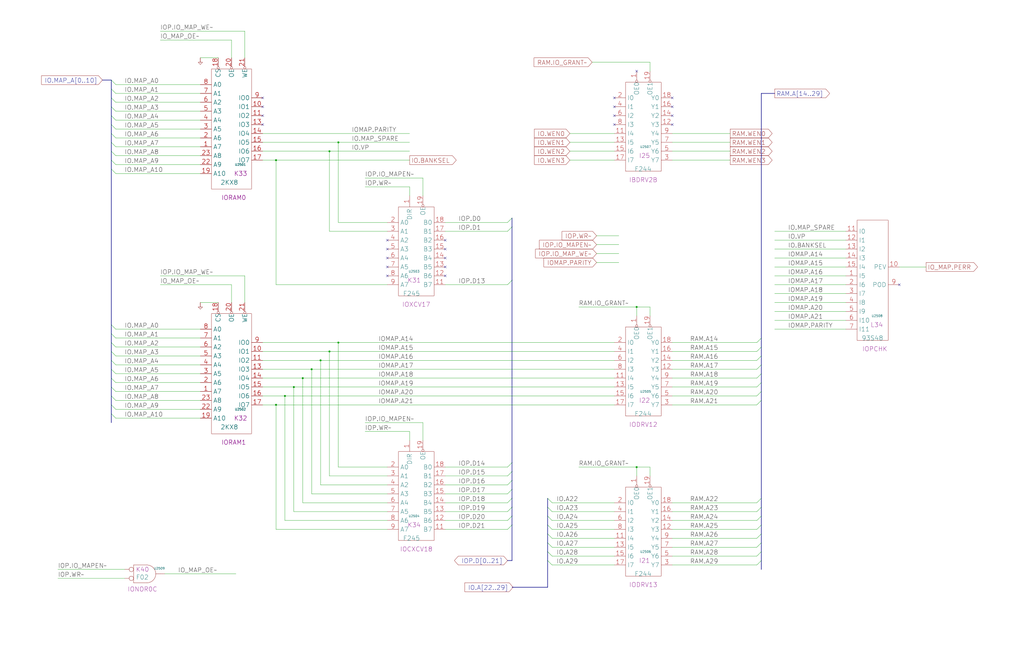
<source format=kicad_sch>
(kicad_sch (version 20250114) (generator "eeschema") (generator_version "9.0")
  (paper "User" 584.2 378.46)
  (title_block (title "IO BUS\\nMAP") (date "22-SEP-90") (rev "2.0") (comment 1 "IOC") (comment 2 "232-003061") (comment 3 "S400") (comment 4 "RELEASED"))
  (lib_symbols
    (symbol "r1000:2KX8" (pin_names (offset 1.016))
      (property "Reference" "U" (at 2.54 5.08 0))
      (property "Value" "2KX8" (at -8.89 -5.08 0))
      (property "Location" "___" (at -1.27 0 0))
      (property "Name" "______" (at -1.27 -15.24 0))
      (symbol "2KX8_1_1"
        (rectangle (start -13.97 59.69) (end 8.89 -8.89))
        (circle (center -10.16 60.325) (radius 0.635))
        (circle (center -2.54 60.325) (radius 0.635))
        (circle (center 5.08 60.325) (radius 0.635))
        (pin input line (at -20.32 50.8 0) (length 6.35) (name "A0") (number "8"))
        (pin input line (at -20.32 45.72 0) (length 6.35) (name "A1") (number "7"))
        (pin input line (at -20.32 40.64 0) (length 6.35) (name "A2") (number "6"))
        (pin input line (at -20.32 35.56 0) (length 6.35) (name "A3") (number "5"))
        (pin input line (at -20.32 30.48 0) (length 6.35) (name "A4") (number "4"))
        (pin input line (at -20.32 25.4 0) (length 6.35) (name "A5") (number "3"))
        (pin input line (at -20.32 20.32 0) (length 6.35) (name "A6") (number "2"))
        (pin input line (at -20.32 15.24 0) (length 6.35) (name "A7") (number "1"))
        (pin input line (at -20.32 10.16 0) (length 6.35) (name "A8") (number "23"))
        (pin input line (at -20.32 5.08 0) (length 6.35) (name "A9") (number "22"))
        (pin input line (at -20.32 0 0) (length 6.35) (name "A10") (number "19"))
        (pin input line (at -10.16 66.04 270) (length 5.08) (name "CS") (number "18"))
        (pin input line (at -2.54 66.04 270) (length 5.08) (name "OE") (number "20"))
        (pin input line (at 5.08 66.04 270) (length 5.08) (name "WE") (number "21"))
        (pin bidirectional line (at 15.24 43.18 180) (length 6.35) (name "IO0") (number "9"))
        (pin bidirectional line (at 15.24 38.1 180) (length 6.35) (name "IO1") (number "10"))
        (pin bidirectional line (at 15.24 33.02 180) (length 6.35) (name "IO2") (number "11"))
        (pin bidirectional line (at 15.24 27.94 180) (length 6.35) (name "IO3") (number "13"))
        (pin bidirectional line (at 15.24 22.86 180) (length 6.35) (name "IO4") (number "14"))
        (pin bidirectional line (at 15.24 17.78 180) (length 6.35) (name "IO5") (number "15"))
        (pin bidirectional line (at 15.24 12.7 180) (length 6.35) (name "IO6") (number "16"))
        (pin bidirectional line (at 15.24 7.62 180) (length 6.35) (name "IO7") (number "17"))
      )
    )
    (symbol "r1000:93S48" (pin_names (offset 1.016))
      (property "Reference" "U" (at 2.54 5.08 0))
      (property "Value" "93S48" (at -6.35 -7.62 0))
      (property "Location" "___" (at -1.27 0 0))
      (property "Name" "______" (at 1.27 -15.24 0))
      (symbol "93S48_1_1"
        (rectangle (start -8.89 59.69) (end 8.89 -8.89))
        (pin input line (at -15.24 53.34 0) (length 6.35) (name "I0") (number "11"))
        (pin input line (at -15.24 48.26 0) (length 6.35) (name "I1") (number "12"))
        (pin input line (at -15.24 43.18 0) (length 6.35) (name "I2") (number "13"))
        (pin input line (at -15.24 38.1 0) (length 6.35) (name "I3") (number "14"))
        (pin input line (at -15.24 33.02 0) (length 6.35) (name "I4") (number "15"))
        (pin input line (at -15.24 27.94 0) (length 6.35) (name "I5") (number "1"))
        (pin input line (at -15.24 22.86 0) (length 6.35) (name "I6") (number "2"))
        (pin input line (at -15.24 17.78 0) (length 6.35) (name "I7") (number "3"))
        (pin input line (at -15.24 12.7 0) (length 6.35) (name "I8") (number "4"))
        (pin input line (at -15.24 7.62 0) (length 6.35) (name "I9") (number "5"))
        (pin input line (at -15.24 2.54 0) (length 6.35) (name "I10") (number "6"))
        (pin input line (at -15.24 -2.54 0) (length 6.35) (name "I11") (number "7"))
        (pin output line (at 15.24 33.02 180) (length 6.35) (name "PEV") (number "10"))
        (pin output line (at 15.24 22.86 180) (length 6.35) (name "POD") (number "9"))
      )
    )
    (symbol "r1000:F02" (pin_numbers (hide yes)) (pin_names (hide yes))
      (property "Reference" "U" (at 12.16 0.635 0))
      (property "Value" "F02" (at -1.27 -4.445 0))
      (property "Location" "___" (at 2.54 0 0))
      (property "Name" "______" (at 2.54 -12.7 0))
      (symbol "F02_0_1"
        (arc (start -3.81 2.54) (mid -2.9847 -2.54) (end -3.81 -7.62) (stroke (width 0.1524)))
        (polyline (pts (xy -5.08 0) (xy -3.175 0)) (stroke (width 0.1524)))
        (polyline (pts (xy -5.08 -5.08) (xy -3.175 -5.08)) (stroke (width 0.1524)))
        (polyline (pts (xy -3.81 2.54) (xy 2.54 2.54)) (stroke (width 0.1524)))
        (polyline (pts (xy -3.81 -7.62) (xy 2.54 -7.62)) (stroke (width 0.1524)))
        (arc (start 2.54 2.54) (mid 6.9477 0.8966) (end 10.16 -2.54) (stroke (width 0.1524)))
        (arc (start 10.16 -2.54) (mid 6.9515 -5.9823) (end 2.54 -7.62) (stroke (width 0.1524)))
        (circle (center 11.43 -2.54) (radius 1.27) (stroke (width 0.1524)))
        (polyline (pts (xy 13.97 -2.54) (xy 12.7 -2.54)) (stroke (width 0.1524)))
      )
      (symbol "F02_0_2"
        (circle (center -3.81 0) (radius 1.27) (stroke (width 0.1524)))
        (circle (center -3.81 -5.08) (radius 1.27) (stroke (width 0.1524)))
        (polyline (pts (xy -2.54 2.54) (xy -2.54 -7.62)) (stroke (width 0.1524)))
        (polyline (pts (xy -2.54 2.54) (xy 5.08 2.54)) (stroke (width 0.1524)))
        (polyline (pts (xy -2.54 -7.62) (xy 5.08 -7.62)) (stroke (width 0.1524)))
        (arc (start 5.08 2.54) (mid 10.1281 -2.54) (end 5.08 -7.62) (stroke (width 0.1524)))
        (polyline (pts (xy 11.43 -2.54) (xy 10.16 -2.54)) (stroke (width 0.1524)))
        (polyline (pts (xy 11.43 -2.54) (xy 12.7 -2.54)) (stroke (width 0.1524)))
      )
      (symbol "F02_1_1"
        (pin input line (at -7.62 0 0) (length 2.54) (name "D0") (number "1"))
        (pin input line (at -7.62 -5.08 0) (length 2.54) (name "D1") (number "2"))
        (pin output line (at 15.24 -2.54 180) (length 1.27) (name "Q") (number "3"))
      )
      (symbol "F02_1_2"
        (pin input line (at -7.62 0 0) (length 2.54) (name "D0") (number "1"))
        (pin input line (at -7.62 -5.08 0) (length 2.54) (name "D1") (number "2"))
        (pin output line (at 15.24 -2.54 180) (length 2.54) (name "Q") (number "3"))
      )
    )
    (symbol "r1000:F244" (pin_names (offset 1.016))
      (property "Reference" "U" (at 2.54 5.08 0))
      (property "Value" "F244" (at -3.81 -7.62 0))
      (property "Location" "___" (at -1.27 0 0))
      (property "Name" "______" (at 1.27 -15.24 0))
      (symbol "F244_1_1"
        (rectangle (start -8.89 41.91) (end 11.43 -8.89))
        (circle (center -2.54 42.545) (radius 0.635))
        (circle (center 5.08 42.545) (radius 0.635))
        (pin input line (at -15.24 33.02 0) (length 6.35) (name "I0") (number "2"))
        (pin input line (at -15.24 27.94 0) (length 6.35) (name "I1") (number "4"))
        (pin input line (at -15.24 22.86 0) (length 6.35) (name "I2") (number "6"))
        (pin input line (at -15.24 17.78 0) (length 6.35) (name "I3") (number "8"))
        (pin input line (at -15.24 12.7 0) (length 6.35) (name "I4") (number "11"))
        (pin input line (at -15.24 7.62 0) (length 6.35) (name "I5") (number "13"))
        (pin input line (at -15.24 2.54 0) (length 6.35) (name "I6") (number "15"))
        (pin input line (at -15.24 -2.54 0) (length 6.35) (name "I7") (number "17"))
        (pin input line (at -2.54 48.26 270) (length 5.08) (name "OE0") (number "1"))
        (pin input line (at 5.08 48.26 270) (length 5.08) (name "OE1") (number "19"))
        (pin tri_state line (at 17.78 33.02 180) (length 6.35) (name "Y0") (number "18"))
        (pin tri_state line (at 17.78 27.94 180) (length 6.35) (name "Y1") (number "16"))
        (pin tri_state line (at 17.78 22.86 180) (length 6.35) (name "Y2") (number "14"))
        (pin tri_state line (at 17.78 17.78 180) (length 6.35) (name "Y3") (number "12"))
        (pin tri_state line (at 17.78 12.7 180) (length 6.35) (name "Y4") (number "9"))
        (pin tri_state line (at 17.78 7.62 180) (length 6.35) (name "Y5") (number "7"))
        (pin tri_state line (at 17.78 2.54 180) (length 6.35) (name "Y6") (number "5"))
        (pin tri_state line (at 17.78 -2.54 180) (length 6.35) (name "Y7") (number "3"))
      )
    )
    (symbol "r1000:F245" (pin_names (offset 1.016))
      (property "Reference" "U" (at 2.54 5.08 0))
      (property "Value" "F245" (at -3.81 -7.62 0))
      (property "Location" "___" (at -1.27 0 0))
      (property "Name" "______" (at 3.81 -15.24 0))
      (symbol "F245_1_1"
        (rectangle (start -6.35 41.91) (end 13.97 -8.89))
        (circle (center 7.62 42.545) (radius 0.635))
        (pin bidirectional line (at -12.7 33.02 0) (length 6.35) (name "A0") (number "2"))
        (pin bidirectional line (at -12.7 27.94 0) (length 6.35) (name "A1") (number "3"))
        (pin bidirectional line (at -12.7 22.86 0) (length 6.35) (name "A2") (number "4"))
        (pin bidirectional line (at -12.7 17.78 0) (length 6.35) (name "A3") (number "5"))
        (pin bidirectional line (at -12.7 12.7 0) (length 6.35) (name "A4") (number "6"))
        (pin bidirectional line (at -12.7 7.62 0) (length 6.35) (name "A5") (number "7"))
        (pin bidirectional line (at -12.7 2.54 0) (length 6.35) (name "A6") (number "8"))
        (pin bidirectional line (at -12.7 -2.54 0) (length 6.35) (name "A7") (number "9"))
        (pin input line (at 0 48.26 270) (length 6.35) (name "DIR") (number "1"))
        (pin input line (at 7.62 48.26 270) (length 5.08) (name "OE") (number "19"))
        (pin bidirectional line (at 20.32 33.02 180) (length 6.35) (name "B0") (number "18"))
        (pin bidirectional line (at 20.32 27.94 180) (length 6.35) (name "B1") (number "17"))
        (pin bidirectional line (at 20.32 22.86 180) (length 6.35) (name "B2") (number "16"))
        (pin bidirectional line (at 20.32 17.78 180) (length 6.35) (name "B3") (number "15"))
        (pin bidirectional line (at 20.32 12.7 180) (length 6.35) (name "B4") (number "14"))
        (pin bidirectional line (at 20.32 7.62 180) (length 6.35) (name "B5") (number "13"))
        (pin bidirectional line (at 20.32 2.54 180) (length 6.35) (name "B6") (number "12"))
        (pin bidirectional line (at 20.32 -2.54 180) (length 6.35) (name "B7") (number "11"))
      )
    )
    (symbol "r1000:PD" (power) (pin_numbers (hide yes)) (pin_names (hide yes)) (in_bom no)
      (symbol "PD_0_1"
        (polyline (pts (xy 0 -2.54) (xy 1.27 -2.54) (xy 0 -3.81) (xy -1.27 -2.54) (xy 0 -2.54)) (stroke (width 0.1524)))
      )
      (symbol "PD_1_1"
        (pin power_in line (at 0 0 270) (length 2.54) (name "PD") (number "1"))
      )
    )
  )
  (junction (at 363.22 175.26))
  (junction (at 187.96 86.36))
  (junction (at 193.04 81.28))
  (junction (at 182.88 205.74))
  (junction (at 157.48 231.14))
  (junction (at 172.72 215.9))
  (junction (at 162.56 226.06))
  (junction (at 363.22 266.7))
  (junction (at 193.04 195.58))
  (junction (at 157.48 91.44))
  (junction (at 167.64 220.98))
  (junction (at 177.8 210.82))
  (junction (at 187.96 200.66))
  (no_connect (at 149.86 71.12))
  (no_connect (at 350.52 66.04))
  (no_connect (at 220.98 142.24))
  (no_connect (at 350.52 71.12))
  (no_connect (at 383.54 60.96))
  (no_connect (at 254 152.4))
  (no_connect (at 149.86 55.88))
  (no_connect (at 254 157.48))
  (no_connect (at 383.54 55.88))
  (no_connect (at 220.98 137.16))
  (no_connect (at 220.98 147.32))
  (no_connect (at 513.08 162.56))
  (no_connect (at 220.98 157.48))
  (no_connect (at 254 147.32))
  (no_connect (at 254 142.24))
  (no_connect (at 383.54 66.04))
  (no_connect (at 363.22 40.64))
  (no_connect (at 220.98 152.4))
  (no_connect (at 149.86 60.96))
  (no_connect (at 350.52 60.96))
  (no_connect (at 350.52 55.88))
  (no_connect (at 254 137.16))
  (no_connect (at 383.54 71.12))
  (no_connect (at 149.86 66.04))
  (bus_entry (at 63.5 81.28) (size 2.54 2.54))
  (bus_entry (at 312.42 294.64) (size 2.54 2.54))
  (bus_entry (at 434.34 228.6) (size -2.54 2.54))
  (bus_entry (at 434.34 304.8) (size -2.54 2.54))
  (bus_entry (at 63.5 71.12) (size 2.54 2.54))
  (bus_entry (at 63.5 55.88) (size 2.54 2.54))
  (bus_entry (at 63.5 91.44) (size 2.54 2.54))
  (bus_entry (at 434.34 223.52) (size -2.54 2.54))
  (bus_entry (at 312.42 289.56) (size 2.54 2.54))
  (bus_entry (at 312.42 309.88) (size 2.54 2.54))
  (bus_entry (at 292.1 284.48) (size -2.54 2.54))
  (bus_entry (at 434.34 294.64) (size -2.54 2.54))
  (bus_entry (at 312.42 320.04) (size 2.54 2.54))
  (bus_entry (at 63.5 76.2) (size 2.54 2.54))
  (bus_entry (at 292.1 279.4) (size -2.54 2.54))
  (bus_entry (at 63.5 96.52) (size 2.54 2.54))
  (bus_entry (at 63.5 205.74) (size 2.54 2.54))
  (bus_entry (at 63.5 215.9) (size 2.54 2.54))
  (bus_entry (at 292.1 289.56) (size -2.54 2.54))
  (bus_entry (at 63.5 210.82) (size 2.54 2.54))
  (bus_entry (at 312.42 314.96) (size 2.54 2.54))
  (bus_entry (at 434.34 218.44) (size -2.54 2.54))
  (bus_entry (at 434.34 203.2) (size -2.54 2.54))
  (bus_entry (at 292.1 274.32) (size -2.54 2.54))
  (bus_entry (at 434.34 284.48) (size -2.54 2.54))
  (bus_entry (at 292.1 294.64) (size -2.54 2.54))
  (bus_entry (at 63.5 195.58) (size 2.54 2.54))
  (bus_entry (at 292.1 124.46) (size -2.54 2.54))
  (bus_entry (at 63.5 200.66) (size 2.54 2.54))
  (bus_entry (at 434.34 208.28) (size -2.54 2.54))
  (bus_entry (at 434.34 309.88) (size -2.54 2.54))
  (bus_entry (at 292.1 269.24) (size -2.54 2.54))
  (bus_entry (at 292.1 299.72) (size -2.54 2.54))
  (bus_entry (at 312.42 304.8) (size 2.54 2.54))
  (bus_entry (at 63.5 50.8) (size 2.54 2.54))
  (bus_entry (at 434.34 314.96) (size -2.54 2.54))
  (bus_entry (at 292.1 264.16) (size -2.54 2.54))
  (bus_entry (at 63.5 60.96) (size 2.54 2.54))
  (bus_entry (at 312.42 299.72) (size 2.54 2.54))
  (bus_entry (at 292.1 160.02) (size -2.54 2.54))
  (bus_entry (at 63.5 86.36) (size 2.54 2.54))
  (bus_entry (at 434.34 299.72) (size -2.54 2.54))
  (bus_entry (at 292.1 129.54) (size -2.54 2.54))
  (bus_entry (at 434.34 198.12) (size -2.54 2.54))
  (bus_entry (at 434.34 193.04) (size -2.54 2.54))
  (bus_entry (at 63.5 236.22) (size 2.54 2.54))
  (bus_entry (at 63.5 220.98) (size 2.54 2.54))
  (bus_entry (at 434.34 213.36) (size -2.54 2.54))
  (bus_entry (at 63.5 226.06) (size 2.54 2.54))
  (bus_entry (at 312.42 284.48) (size 2.54 2.54))
  (bus_entry (at 63.5 185.42) (size 2.54 2.54))
  (bus_entry (at 434.34 320.04) (size -2.54 2.54))
  (bus_entry (at 63.5 190.5) (size 2.54 2.54))
  (bus_entry (at 434.34 289.56) (size -2.54 2.54))
  (bus_entry (at 63.5 45.72) (size 2.54 2.54))
  (bus_entry (at 63.5 66.04) (size 2.54 2.54))
  (bus_entry (at 63.5 231.14) (size 2.54 2.54))
  (bus (pts (xy 63.5 195.58) (xy 63.5 200.66)))
  (wire (pts (xy 254 297.18) (xy 289.56 297.18)))
  (wire (pts (xy 254 276.86) (xy 289.56 276.86)))
  (wire (pts (xy 340.36 139.7) (xy 353.06 139.7)))
  (bus (pts (xy 63.5 200.66) (xy 63.5 205.74)))
  (wire (pts (xy 254 292.1) (xy 289.56 292.1)))
  (bus (pts (xy 312.42 289.56) (xy 312.42 294.64)))
  (bus (pts (xy 63.5 205.74) (xy 63.5 210.82)))
  (wire (pts (xy 220.98 127) (xy 193.04 127)))
  (wire (pts (xy 254 266.7) (xy 289.56 266.7)))
  (wire (pts (xy 383.54 220.98) (xy 431.8 220.98)))
  (wire (pts (xy 220.98 281.94) (xy 177.8 281.94)))
  (wire (pts (xy 441.96 152.4) (xy 482.6 152.4)))
  (wire (pts (xy 66.04 78.74) (xy 114.3 78.74)))
  (wire (pts (xy 66.04 99.06) (xy 114.3 99.06)))
  (wire (pts (xy 220.98 302.26) (xy 157.48 302.26)))
  (wire (pts (xy 383.54 195.58) (xy 431.8 195.58)))
  (wire (pts (xy 441.96 182.88) (xy 482.6 182.88)))
  (bus (pts (xy 63.5 96.52) (xy 63.5 185.42)))
  (bus (pts (xy 292.1 264.16) (xy 292.1 269.24)))
  (wire (pts (xy 149.86 215.9) (xy 172.72 215.9)))
  (wire (pts (xy 66.04 228.6) (xy 114.3 228.6)))
  (wire (pts (xy 383.54 317.5) (xy 431.8 317.5)))
  (wire (pts (xy 66.04 233.68) (xy 114.3 233.68)))
  (wire (pts (xy 157.48 302.26) (xy 157.48 231.14)))
  (bus (pts (xy 292.1 129.54) (xy 292.1 160.02)))
  (wire (pts (xy 208.28 106.68) (xy 233.68 106.68)))
  (bus (pts (xy 292.1 279.4) (xy 292.1 284.48)))
  (wire (pts (xy 193.04 195.58) (xy 350.52 195.58)))
  (bus (pts (xy 312.42 314.96) (xy 312.42 320.04)))
  (wire (pts (xy 66.04 218.44) (xy 114.3 218.44)))
  (wire (pts (xy 66.04 193.04) (xy 114.3 193.04)))
  (wire (pts (xy 441.96 132.08) (xy 482.6 132.08)))
  (wire (pts (xy 172.72 215.9) (xy 172.72 287.02)))
  (wire (pts (xy 157.48 231.14) (xy 350.52 231.14)))
  (wire (pts (xy 314.96 292.1) (xy 350.52 292.1)))
  (bus (pts (xy 63.5 55.88) (xy 63.5 60.96)))
  (bus (pts (xy 292.1 160.02) (xy 292.1 264.16)))
  (wire (pts (xy 139.7 157.48) (xy 139.7 172.72)))
  (wire (pts (xy 66.04 93.98) (xy 114.3 93.98)))
  (bus (pts (xy 63.5 215.9) (xy 63.5 220.98)))
  (wire (pts (xy 337.82 35.56) (xy 370.84 35.56)))
  (wire (pts (xy 149.86 195.58) (xy 193.04 195.58)))
  (bus (pts (xy 292.1 269.24) (xy 292.1 274.32)))
  (bus (pts (xy 434.34 218.44) (xy 434.34 223.52)))
  (wire (pts (xy 182.88 205.74) (xy 182.88 276.86)))
  (wire (pts (xy 66.04 213.36) (xy 114.3 213.36)))
  (wire (pts (xy 149.86 210.82) (xy 177.8 210.82)))
  (wire (pts (xy 220.98 292.1) (xy 167.64 292.1)))
  (bus (pts (xy 63.5 91.44) (xy 63.5 96.52)))
  (bus (pts (xy 434.34 284.48) (xy 434.34 289.56)))
  (wire (pts (xy 513.08 152.4) (xy 528.32 152.4)))
  (bus (pts (xy 63.5 220.98) (xy 63.5 226.06)))
  (bus (pts (xy 434.34 228.6) (xy 434.34 284.48)))
  (wire (pts (xy 325.12 81.28) (xy 350.52 81.28)))
  (bus (pts (xy 292.1 335.28) (xy 312.42 335.28)))
  (bus (pts (xy 58.42 45.72) (xy 63.5 45.72)))
  (wire (pts (xy 254 127) (xy 289.56 127)))
  (wire (pts (xy 66.04 73.66) (xy 114.3 73.66)))
  (wire (pts (xy 91.44 162.56) (xy 132.08 162.56)))
  (bus (pts (xy 63.5 226.06) (xy 63.5 231.14)))
  (wire (pts (xy 383.54 287.02) (xy 431.8 287.02)))
  (wire (pts (xy 325.12 76.2) (xy 350.52 76.2)))
  (bus (pts (xy 289.56 320.04) (xy 292.1 320.04)))
  (bus (pts (xy 312.42 299.72) (xy 312.42 304.8)))
  (wire (pts (xy 149.86 86.36) (xy 187.96 86.36)))
  (wire (pts (xy 340.36 144.78) (xy 353.06 144.78)))
  (wire (pts (xy 149.86 231.14) (xy 157.48 231.14)))
  (bus (pts (xy 63.5 66.04) (xy 63.5 71.12)))
  (wire (pts (xy 325.12 91.44) (xy 350.52 91.44)))
  (wire (pts (xy 314.96 297.18) (xy 350.52 297.18)))
  (wire (pts (xy 172.72 287.02) (xy 220.98 287.02)))
  (wire (pts (xy 149.86 226.06) (xy 162.56 226.06)))
  (wire (pts (xy 241.3 101.6) (xy 241.3 111.76)))
  (wire (pts (xy 66.04 208.28) (xy 114.3 208.28)))
  (bus (pts (xy 292.1 289.56) (xy 292.1 294.64)))
  (bus (pts (xy 63.5 210.82) (xy 63.5 215.9)))
  (bus (pts (xy 292.1 284.48) (xy 292.1 289.56)))
  (bus (pts (xy 63.5 81.28) (xy 63.5 86.36)))
  (wire (pts (xy 132.08 22.86) (xy 132.08 33.02)))
  (wire (pts (xy 66.04 203.2) (xy 114.3 203.2)))
  (wire (pts (xy 220.98 162.56) (xy 157.48 162.56)))
  (bus (pts (xy 434.34 304.8) (xy 434.34 309.88)))
  (wire (pts (xy 441.96 177.8) (xy 482.6 177.8)))
  (wire (pts (xy 383.54 231.14) (xy 431.8 231.14)))
  (wire (pts (xy 91.44 17.78) (xy 139.7 17.78)))
  (bus (pts (xy 434.34 223.52) (xy 434.34 228.6)))
  (wire (pts (xy 363.22 266.7) (xy 370.84 266.7)))
  (wire (pts (xy 254 287.02) (xy 289.56 287.02)))
  (wire (pts (xy 172.72 215.9) (xy 350.52 215.9)))
  (wire (pts (xy 314.96 307.34) (xy 350.52 307.34)))
  (wire (pts (xy 157.48 162.56) (xy 157.48 91.44)))
  (wire (pts (xy 149.86 200.66) (xy 187.96 200.66)))
  (wire (pts (xy 363.22 175.26) (xy 363.22 180.34)))
  (bus (pts (xy 434.34 208.28) (xy 434.34 213.36)))
  (wire (pts (xy 66.04 53.34) (xy 114.3 53.34)))
  (wire (pts (xy 208.28 241.3) (xy 241.3 241.3)))
  (wire (pts (xy 330.2 175.26) (xy 363.22 175.26)))
  (wire (pts (xy 187.96 271.78) (xy 187.96 200.66)))
  (bus (pts (xy 63.5 60.96) (xy 63.5 66.04)))
  (wire (pts (xy 162.56 297.18) (xy 220.98 297.18)))
  (bus (pts (xy 434.34 299.72) (xy 434.34 304.8)))
  (wire (pts (xy 157.48 91.44) (xy 233.68 91.44)))
  (wire (pts (xy 187.96 132.08) (xy 220.98 132.08)))
  (wire (pts (xy 441.96 157.48) (xy 482.6 157.48)))
  (wire (pts (xy 33.02 325.12) (xy 71.12 325.12)))
  (wire (pts (xy 66.04 198.12) (xy 114.3 198.12)))
  (wire (pts (xy 383.54 86.36) (xy 416.56 86.36)))
  (wire (pts (xy 182.88 205.74) (xy 350.52 205.74)))
  (wire (pts (xy 383.54 226.06) (xy 431.8 226.06)))
  (wire (pts (xy 177.8 281.94) (xy 177.8 210.82)))
  (bus (pts (xy 63.5 76.2) (xy 63.5 81.28)))
  (wire (pts (xy 66.04 187.96) (xy 114.3 187.96)))
  (wire (pts (xy 340.36 134.62) (xy 353.06 134.62)))
  (wire (pts (xy 66.04 63.5) (xy 114.3 63.5)))
  (wire (pts (xy 441.96 162.56) (xy 482.6 162.56)))
  (bus (pts (xy 292.1 124.46) (xy 292.1 129.54)))
  (bus (pts (xy 292.1 299.72) (xy 292.1 320.04)))
  (wire (pts (xy 139.7 17.78) (xy 139.7 33.02)))
  (wire (pts (xy 66.04 83.82) (xy 114.3 83.82)))
  (bus (pts (xy 63.5 231.14) (xy 63.5 236.22)))
  (wire (pts (xy 370.84 266.7) (xy 370.84 271.78)))
  (wire (pts (xy 241.3 241.3) (xy 241.3 251.46)))
  (wire (pts (xy 314.96 322.58) (xy 350.52 322.58)))
  (wire (pts (xy 187.96 86.36) (xy 187.96 132.08)))
  (wire (pts (xy 383.54 81.28) (xy 416.56 81.28)))
  (wire (pts (xy 91.44 22.86) (xy 132.08 22.86)))
  (wire (pts (xy 208.28 246.38) (xy 233.68 246.38)))
  (wire (pts (xy 187.96 200.66) (xy 350.52 200.66)))
  (bus (pts (xy 63.5 185.42) (xy 63.5 190.5)))
  (wire (pts (xy 325.12 86.36) (xy 350.52 86.36)))
  (wire (pts (xy 114.3 172.72) (xy 124.46 172.72)))
  (bus (pts (xy 434.34 289.56) (xy 434.34 294.64)))
  (wire (pts (xy 314.96 317.5) (xy 350.52 317.5)))
  (bus (pts (xy 312.42 284.48) (xy 312.42 289.56)))
  (wire (pts (xy 149.86 205.74) (xy 182.88 205.74)))
  (wire (pts (xy 149.86 76.2) (xy 233.68 76.2)))
  (wire (pts (xy 254 271.78) (xy 289.56 271.78)))
  (bus (pts (xy 434.34 198.12) (xy 434.34 203.2)))
  (bus (pts (xy 63.5 71.12) (xy 63.5 76.2)))
  (wire (pts (xy 441.96 137.16) (xy 482.6 137.16)))
  (wire (pts (xy 254 132.08) (xy 289.56 132.08)))
  (wire (pts (xy 193.04 81.28) (xy 233.68 81.28)))
  (wire (pts (xy 66.04 88.9) (xy 114.3 88.9)))
  (wire (pts (xy 441.96 187.96) (xy 482.6 187.96)))
  (bus (pts (xy 434.34 320.04) (xy 434.34 325.12)))
  (wire (pts (xy 330.2 266.7) (xy 363.22 266.7)))
  (wire (pts (xy 162.56 226.06) (xy 350.52 226.06)))
  (bus (pts (xy 434.34 193.04) (xy 434.34 198.12)))
  (wire (pts (xy 383.54 302.26) (xy 431.8 302.26)))
  (wire (pts (xy 314.96 312.42) (xy 350.52 312.42)))
  (wire (pts (xy 383.54 210.82) (xy 431.8 210.82)))
  (wire (pts (xy 177.8 210.82) (xy 350.52 210.82)))
  (bus (pts (xy 434.34 294.64) (xy 434.34 299.72)))
  (wire (pts (xy 91.44 157.48) (xy 139.7 157.48)))
  (bus (pts (xy 312.42 309.88) (xy 312.42 314.96)))
  (wire (pts (xy 149.86 91.44) (xy 157.48 91.44)))
  (wire (pts (xy 66.04 238.76) (xy 114.3 238.76)))
  (bus (pts (xy 312.42 304.8) (xy 312.42 309.88)))
  (wire (pts (xy 233.68 246.38) (xy 233.68 251.46)))
  (wire (pts (xy 114.3 33.02) (xy 124.46 33.02)))
  (wire (pts (xy 66.04 68.58) (xy 114.3 68.58)))
  (wire (pts (xy 66.04 58.42) (xy 114.3 58.42)))
  (bus (pts (xy 312.42 294.64) (xy 312.42 299.72)))
  (wire (pts (xy 441.96 142.24) (xy 482.6 142.24)))
  (wire (pts (xy 66.04 223.52) (xy 114.3 223.52)))
  (bus (pts (xy 63.5 190.5) (xy 63.5 195.58)))
  (wire (pts (xy 383.54 297.18) (xy 431.8 297.18)))
  (wire (pts (xy 254 302.26) (xy 289.56 302.26)))
  (wire (pts (xy 149.86 220.98) (xy 167.64 220.98)))
  (wire (pts (xy 182.88 276.86) (xy 220.98 276.86)))
  (wire (pts (xy 220.98 271.78) (xy 187.96 271.78)))
  (wire (pts (xy 441.96 167.64) (xy 482.6 167.64)))
  (wire (pts (xy 363.22 175.26) (xy 370.84 175.26)))
  (wire (pts (xy 254 162.56) (xy 289.56 162.56)))
  (bus (pts (xy 434.34 203.2) (xy 434.34 208.28)))
  (bus (pts (xy 63.5 50.8) (xy 63.5 55.88)))
  (bus (pts (xy 312.42 320.04) (xy 312.42 335.28)))
  (wire (pts (xy 167.64 292.1) (xy 167.64 220.98)))
  (bus (pts (xy 434.34 53.34) (xy 434.34 193.04)))
  (wire (pts (xy 314.96 302.26) (xy 350.52 302.26)))
  (wire (pts (xy 66.04 48.26) (xy 114.3 48.26)))
  (bus (pts (xy 434.34 53.34) (xy 441.96 53.34)))
  (wire (pts (xy 383.54 312.42) (xy 431.8 312.42)))
  (wire (pts (xy 187.96 86.36) (xy 233.68 86.36)))
  (wire (pts (xy 132.08 162.56) (xy 132.08 172.72)))
  (bus (pts (xy 63.5 236.22) (xy 63.5 241.3)))
  (wire (pts (xy 383.54 307.34) (xy 431.8 307.34)))
  (wire (pts (xy 93.98 327.66) (xy 134.62 327.66)))
  (wire (pts (xy 370.84 35.56) (xy 370.84 40.64)))
  (wire (pts (xy 233.68 106.68) (xy 233.68 111.76)))
  (wire (pts (xy 149.86 81.28) (xy 193.04 81.28)))
  (wire (pts (xy 383.54 91.44) (xy 416.56 91.44)))
  (wire (pts (xy 33.02 330.2) (xy 71.12 330.2)))
  (wire (pts (xy 193.04 266.7) (xy 220.98 266.7)))
  (wire (pts (xy 314.96 287.02) (xy 350.52 287.02)))
  (wire (pts (xy 370.84 175.26) (xy 370.84 180.34)))
  (wire (pts (xy 383.54 205.74) (xy 431.8 205.74)))
  (wire (pts (xy 254 281.94) (xy 289.56 281.94)))
  (wire (pts (xy 162.56 226.06) (xy 162.56 297.18)))
  (bus (pts (xy 434.34 314.96) (xy 434.34 320.04)))
  (wire (pts (xy 383.54 200.66) (xy 431.8 200.66)))
  (wire (pts (xy 363.22 266.7) (xy 363.22 271.78)))
  (bus (pts (xy 434.34 309.88) (xy 434.34 314.96)))
  (bus (pts (xy 292.1 274.32) (xy 292.1 279.4)))
  (bus (pts (xy 63.5 86.36) (xy 63.5 91.44)))
  (wire (pts (xy 441.96 147.32) (xy 482.6 147.32)))
  (bus (pts (xy 63.5 45.72) (xy 63.5 50.8)))
  (wire (pts (xy 193.04 127) (xy 193.04 81.28)))
  (wire (pts (xy 340.36 149.86) (xy 353.06 149.86)))
  (wire (pts (xy 208.28 101.6) (xy 241.3 101.6)))
  (wire (pts (xy 193.04 195.58) (xy 193.04 266.7)))
  (wire (pts (xy 383.54 76.2) (xy 416.56 76.2)))
  (wire (pts (xy 383.54 322.58) (xy 431.8 322.58)))
  (wire (pts (xy 383.54 292.1) (xy 431.8 292.1)))
  (wire (pts (xy 441.96 172.72) (xy 482.6 172.72)))
  (wire (pts (xy 167.64 220.98) (xy 350.52 220.98)))
  (bus (pts (xy 292.1 294.64) (xy 292.1 299.72)))
  (bus (pts (xy 434.34 213.36) (xy 434.34 218.44)))
  (wire (pts (xy 383.54 215.9) (xy 431.8 215.9)))
  (label "RAM.A21" (at 393.7 231.14 0) (effects (font (size 2.54 2.54))))
  (label "IO_MAP_OE~" (at 91.44 22.86 0) (effects (font (size 2.54 2.54))))
  (label "RAM.A22" (at 393.7 287.02 0) (effects (font (size 2.54 2.54))))
  (label "IOP.WR~" (at 208.28 106.68 0) (effects (font (size 2.54 2.54))))
  (label "IOP.D21" (at 261.62 302.26 0) (effects (font (size 2.54 2.54))))
  (label "IOMAP.A15" (at 215.9 200.66 0) (effects (font (size 2.54 2.54))))
  (label "IO.MAP_SPARE" (at 200.66 81.28 0) (effects (font (size 2.54 2.54))))
  (label "IOMAP.A16" (at 449.58 157.48 0) (effects (font (size 2.54 2.54))))
  (label "IO.MAP_A10" (at 71.12 99.06 0) (effects (font (size 2.54 2.54))))
  (label "IOP.D20" (at 261.62 297.18 0) (effects (font (size 2.54 2.54))))
  (label "RAM.A25" (at 393.7 302.26 0) (effects (font (size 2.54 2.54))))
  (label "IO.MAP_A0" (at 71.12 187.96 0) (effects (font (size 2.54 2.54))))
  (label "IO.MAP_A7" (at 71.12 83.82 0) (effects (font (size 2.54 2.54))))
  (label "IOMAP.A14" (at 449.58 147.32 0) (effects (font (size 2.54 2.54))))
  (label "IO.MAP_A9" (at 71.12 93.98 0) (effects (font (size 2.54 2.54))))
  (label "IOP.D13" (at 261.62 162.56 0) (effects (font (size 2.54 2.54))))
  (label "RAM.A24" (at 393.7 297.18 0) (effects (font (size 2.54 2.54))))
  (label "RAM.IO_GRANT~" (at 330.2 175.26 0) (effects (font (size 2.54 2.54))))
  (label "RAM.A20" (at 393.7 226.06 0) (effects (font (size 2.54 2.54))))
  (label "IO.MAP_A8" (at 71.12 228.6 0) (effects (font (size 2.54 2.54))))
  (label "IO.A22" (at 317.5 287.02 0) (effects (font (size 2.54 2.54))))
  (label "RAM.A17" (at 393.7 210.82 0) (effects (font (size 2.54 2.54))))
  (label "IO.MAP_A10" (at 71.12 238.76 0) (effects (font (size 2.54 2.54))))
  (label "IOMAP.A21" (at 449.58 182.88 0) (effects (font (size 2.54 2.54))))
  (label "IOP.IO_MAPEN~" (at 33.02 325.12 0) (effects (font (size 2.54 2.54))))
  (label "IOP.D17" (at 261.62 281.94 0) (effects (font (size 2.54 2.54))))
  (label "RAM.A27" (at 393.7 312.42 0) (effects (font (size 2.54 2.54))))
  (label "IO.MAP_SPARE" (at 449.58 132.08 0) (effects (font (size 2.54 2.54))))
  (label "RAM.A18" (at 393.7 215.9 0) (effects (font (size 2.54 2.54))))
  (label "IO.MAP_A0" (at 71.12 48.26 0) (effects (font (size 2.54 2.54))))
  (label "IOMAP.A21" (at 215.9 231.14 0) (effects (font (size 2.54 2.54))))
  (label "IO.MAP_A5" (at 71.12 73.66 0) (effects (font (size 2.54 2.54))))
  (label "IO.MAP_A3" (at 71.12 63.5 0) (effects (font (size 2.54 2.54))))
  (label "IOMAP.A14" (at 215.9 195.58 0) (effects (font (size 2.54 2.54))))
  (label "IO.MAP_A4" (at 71.12 208.28 0) (effects (font (size 2.54 2.54))))
  (label "IOMAP.PARITY" (at 449.58 187.96 0) (effects (font (size 2.54 2.54))))
  (label "RAM.A28" (at 393.7 317.5 0) (effects (font (size 2.54 2.54))))
  (label "IO.A24" (at 317.5 297.18 0) (effects (font (size 2.54 2.54))))
  (label "IOMAP.A19" (at 449.58 172.72 0) (effects (font (size 2.54 2.54))))
  (label "IOMAP.A15" (at 449.58 152.4 0) (effects (font (size 2.54 2.54))))
  (label "IOP.D0" (at 261.62 127 0) (effects (font (size 2.54 2.54))))
  (label "IOP.D18" (at 261.62 287.02 0) (effects (font (size 2.54 2.54))))
  (label "IOP.IO_MAP_WE~" (at 91.44 157.48 0) (effects (font (size 2.54 2.54))))
  (label "IOMAP.A17" (at 215.9 210.82 0) (effects (font (size 2.54 2.54))))
  (label "IO.MAP_A6" (at 71.12 78.74 0) (effects (font (size 2.54 2.54))))
  (label "RAM.A14" (at 393.7 195.58 0) (effects (font (size 2.54 2.54))))
  (label "RAM.A15" (at 393.7 200.66 0) (effects (font (size 2.54 2.54))))
  (label "IOP.WR~" (at 33.02 330.2 0) (effects (font (size 2.54 2.54))))
  (label "IO.MAP_A1" (at 71.12 53.34 0) (effects (font (size 2.54 2.54))))
  (label "IO.MAP_A6" (at 71.12 218.44 0) (effects (font (size 2.54 2.54))))
  (label "IO.MAP_A5" (at 71.12 213.36 0) (effects (font (size 2.54 2.54))))
  (label "IO.A28" (at 317.5 317.5 0) (effects (font (size 2.54 2.54))))
  (label "IO.A25" (at 317.5 302.26 0) (effects (font (size 2.54 2.54))))
  (label "RAM.IO_GRANT~" (at 330.2 266.7 0) (effects (font (size 2.54 2.54))))
  (label "IO_MAP_OE~" (at 101.6 327.66 0) (effects (font (size 2.54 2.54))))
  (label "IO.MAP_A3" (at 71.12 203.2 0) (effects (font (size 2.54 2.54))))
  (label "IO.MAP_A7" (at 71.12 223.52 0) (effects (font (size 2.54 2.54))))
  (label "IOP.D19" (at 261.62 292.1 0) (effects (font (size 2.54 2.54))))
  (label "IO.MAP_A9" (at 71.12 233.68 0) (effects (font (size 2.54 2.54))))
  (label "IOMAP.A16" (at 215.9 205.74 0) (effects (font (size 2.54 2.54))))
  (label "IOP.D15" (at 261.62 271.78 0) (effects (font (size 2.54 2.54))))
  (label "IOP.IO_MAPEN~" (at 208.28 101.6 0) (effects (font (size 2.54 2.54))))
  (label "IOMAP.A19" (at 215.9 220.98 0) (effects (font (size 2.54 2.54))))
  (label "IOMAP.PARITY" (at 200.66 76.2 0) (effects (font (size 2.54 2.54))))
  (label "IOP.D1" (at 261.62 132.08 0) (effects (font (size 2.54 2.54))))
  (label "IO.A27" (at 317.5 312.42 0) (effects (font (size 2.54 2.54))))
  (label "IO.MAP_A4" (at 71.12 68.58 0) (effects (font (size 2.54 2.54))))
  (label "IO.A26" (at 317.5 307.34 0) (effects (font (size 2.54 2.54))))
  (label "IOP.D14" (at 261.62 266.7 0) (effects (font (size 2.54 2.54))))
  (label "IOP.IO_MAPEN~" (at 208.28 241.3 0) (effects (font (size 2.54 2.54))))
  (label "IOMAP.A18" (at 449.58 167.64 0) (effects (font (size 2.54 2.54))))
  (label "IO.A29" (at 317.5 322.58 0) (effects (font (size 2.54 2.54))))
  (label "IOP.IO_MAP_WE~" (at 91.44 17.78 0) (effects (font (size 2.54 2.54))))
  (label "IOMAP.A20" (at 449.58 177.8 0) (effects (font (size 2.54 2.54))))
  (label "IOP.D16" (at 261.62 276.86 0) (effects (font (size 2.54 2.54))))
  (label "IOMAP.A17" (at 449.58 162.56 0) (effects (font (size 2.54 2.54))))
  (label "IO_MAP_OE~" (at 91.44 162.56 0) (effects (font (size 2.54 2.54))))
  (label "RAM.A23" (at 393.7 292.1 0) (effects (font (size 2.54 2.54))))
  (label "IO.A23" (at 317.5 292.1 0) (effects (font (size 2.54 2.54))))
  (label "IOMAP.A18" (at 215.9 215.9 0) (effects (font (size 2.54 2.54))))
  (label "IO.MAP_A8" (at 71.12 88.9 0) (effects (font (size 2.54 2.54))))
  (label "RAM.A16" (at 393.7 205.74 0) (effects (font (size 2.54 2.54))))
  (label "IO.VP" (at 449.58 137.16 0) (effects (font (size 2.54 2.54))))
  (label "IO.MAP_A1" (at 71.12 193.04 0) (effects (font (size 2.54 2.54))))
  (label "RAM.A19" (at 393.7 220.98 0) (effects (font (size 2.54 2.54))))
  (label "IO.MAP_A2" (at 71.12 198.12 0) (effects (font (size 2.54 2.54))))
  (label "RAM.A26" (at 393.7 307.34 0) (effects (font (size 2.54 2.54))))
  (label "IOMAP.A20" (at 215.9 226.06 0) (effects (font (size 2.54 2.54))))
  (label "IO.MAP_A2" (at 71.12 58.42 0) (effects (font (size 2.54 2.54))))
  (label "IOP.WR~" (at 208.28 246.38 0) (effects (font (size 2.54 2.54))))
  (label "RAM.A29" (at 393.7 322.58 0) (effects (font (size 2.54 2.54))))
  (label "IO.VP" (at 200.66 86.36 0) (effects (font (size 2.54 2.54))))
  (label "IO.BANKSEL" (at 449.58 142.24 0) (effects (font (size 2.54 2.54))))
  (global_label "IO.BANKSEL" (shape output) (at 233.68 91.44 0) (effects (font (size 2.54 2.54))) (property "Intersheetrefs" "${INTERSHEET_REFS}" (at 260.6584 91.2813 0) (effects (font (size 1.905 1.905)) (justify left))))
  (global_label "IO.MAP_A[0..10]" (shape input) (at 58.42 45.72 180) (effects (font (size 2.54 2.54))) (property "Intersheetrefs" "${INTERSHEET_REFS}" (at 23.3378 45.5613 0) (effects (font (size 1.905 1.905)) (justify right))))
  (global_label "IO.WEN3" (shape input) (at 325.12 91.44 180) (effects (font (size 2.54 2.54))) (property "Intersheetrefs" "${INTERSHEET_REFS}" (at 304.552 91.2813 0) (effects (font (size 1.905 1.905)) (justify right))))
  (global_label "RAM.WEN1" (shape output) (at 416.56 81.28 0) (effects (font (size 2.54 2.54))) (property "Intersheetrefs" "${INTERSHEET_REFS}" (at 440.8775 81.1213 0) (effects (font (size 1.905 1.905)) (justify left))))
  (global_label "RAM.WEN2" (shape output) (at 416.56 86.36 0) (effects (font (size 2.54 2.54))) (property "Intersheetrefs" "${INTERSHEET_REFS}" (at 440.8775 86.2013 0) (effects (font (size 1.905 1.905)) (justify left))))
  (global_label "IOP.WR~" (shape input) (at 340.36 134.62 180) (effects (font (size 2.54 2.54))) (property "Intersheetrefs" "${INTERSHEET_REFS}" (at 320.2759 134.4613 0) (effects (font (size 1.905 1.905)) (justify right))))
  (global_label "IO.A[22..29]" (shape input) (at 292.7346 335.28 180) (effects (font (size 2.54 2.54))) (property "Intersheetrefs" "${INTERSHEET_REFS}" (at 264.7886 335.1213 0) (effects (font (size 1.905 1.905)) (justify right))))
  (global_label "IOP.IO_MAP_WE~" (shape input) (at 340.36 144.78 180) (effects (font (size 2.54 2.54))) (property "Intersheetrefs" "${INTERSHEET_REFS}" (at 305.1568 144.6213 0) (effects (font (size 1.905 1.905)) (justify right))))
  (global_label "RAM.WEN3" (shape output) (at 416.56 91.44 0) (effects (font (size 2.54 2.54))) (property "Intersheetrefs" "${INTERSHEET_REFS}" (at 440.8775 91.2813 0) (effects (font (size 1.905 1.905)) (justify left))))
  (global_label "IO.WEN2" (shape input) (at 325.12 86.36 180) (effects (font (size 2.54 2.54))) (property "Intersheetrefs" "${INTERSHEET_REFS}" (at 304.552 86.2013 0) (effects (font (size 1.905 1.905)) (justify right))))
  (global_label "RAM.A[14..29]" (shape output) (at 441.96 53.34 0) (effects (font (size 2.54 2.54))) (property "Intersheetrefs" "${INTERSHEET_REFS}" (at 473.6556 53.1813 0) (effects (font (size 1.905 1.905)) (justify left))))
  (global_label "RAM.IO_GRANT~" (shape input) (at 337.82 35.56 180) (effects (font (size 2.54 2.54))) (property "Intersheetrefs" "${INTERSHEET_REFS}" (at 304.3101 35.4013 0) (effects (font (size 1.905 1.905)) (justify right))))
  (global_label "IOP.IO_MAPEN~" (shape input) (at 340.36 139.7 180) (effects (font (size 2.54 2.54))) (property "Intersheetrefs" "${INTERSHEET_REFS}" (at 307.334 139.5413 0) (effects (font (size 1.905 1.905)) (justify right))))
  (global_label "IO.WEN1" (shape input) (at 325.12 81.28 180) (effects (font (size 2.54 2.54))) (property "Intersheetrefs" "${INTERSHEET_REFS}" (at 304.552 81.1213 0) (effects (font (size 1.905 1.905)) (justify right))))
  (global_label "RAM.WEN0" (shape output) (at 416.56 76.2 0) (effects (font (size 2.54 2.54))) (property "Intersheetrefs" "${INTERSHEET_REFS}" (at 440.8775 76.0413 0) (effects (font (size 1.905 1.905)) (justify left))))
  (global_label "IOP.D[0..21]" (shape bidirectional) (at 289.56 320.04 180) (effects (font (size 2.54 2.54))) (property "Intersheetrefs" "${INTERSHEET_REFS}" (at 261.1301 319.8813 0) (effects (font (size 1.905 1.905)) (justify right))))
  (global_label "IO.WEN0" (shape input) (at 325.12 76.2 180) (effects (font (size 2.54 2.54))) (property "Intersheetrefs" "${INTERSHEET_REFS}" (at 304.552 76.0413 0) (effects (font (size 1.905 1.905)) (justify right))))
  (global_label "IO_MAP.PERR" (shape output) (at 528.32 152.4 0) (effects (font (size 2.54 2.54))) (property "Intersheetrefs" "${INTERSHEET_REFS}" (at 558.0803 152.2413 0) (effects (font (size 1.905 1.905)) (justify left))))
  (global_label "IOMAP.PARITY" (shape input) (at 340.36 149.86 180) (effects (font (size 2.54 2.54))) (property "Intersheetrefs" "${INTERSHEET_REFS}" (at 309.874 149.7013 0) (effects (font (size 1.905 1.905)) (justify right))))
  (symbol (lib_id "r1000:2KX8") (at 134.62 238.76 0) (unit 1)
    (property "Reference" "U2502" (at 137.16 233.68 0))
    (property "Value" "2KX8" (at 125.73 243.84 0) (effects (font (size 2.54 2.54)) (justify left)))
    (property "Location" "K32" (at 133.35 238.76 0) (effects (font (size 2.54 2.54)) (justify left)))
    (property "Name" "IORAM1" (at 133.35 254 0) (effects (font (size 2.54 2.54)) (justify bottom)))
  )
  (symbol (lib_id "r1000:F244") (at 365.76 88.9 0) (unit 1)
    (property "Reference" "U2507" (at 368.3 83.82 0))
    (property "Value" "F244" (at 361.95 96.52 0) (effects (font (size 2.54 2.54)) (justify left)))
    (property "Location" "I25" (at 364.49 88.9 0) (effects (font (size 2.54 2.54)) (justify left)))
    (property "Name" "IBDRV2B" (at 367.03 104.14 0) (effects (font (size 2.54 2.54)) (justify bottom)))
  )
  (symbol (lib_id "r1000:F244") (at 365.76 228.6 0) (unit 1)
    (property "Reference" "U2505" (at 368.3 223.52 0))
    (property "Value" "F244" (at 361.95 236.22 0) (effects (font (size 2.54 2.54)) (justify left)))
    (property "Location" "I22" (at 364.49 228.6 0) (effects (font (size 2.54 2.54)) (justify left)))
    (property "Name" "IODRV12" (at 367.03 243.84 0) (effects (font (size 2.54 2.54)) (justify bottom)))
  )
  (symbol (lib_id "r1000:PD") (at 114.3 33.02 0) (unit 1) (in_bom no)
    (property "Reference" "#PWR02501" (effects (hide yes)))
    (property "Value" "PD" (effects (hide yes)))
  )
  (symbol (lib_id "r1000:F245") (at 233.68 160.02 0) (unit 1)
    (property "Reference" "U2503" (at 236.22 154.94 0))
    (property "Value" "F245" (at 229.87 167.64 0) (effects (font (size 2.54 2.54)) (justify left)))
    (property "Location" "K31" (at 232.41 160.02 0) (effects (font (size 2.54 2.54)) (justify left)))
    (property "Name" "IOXCV17" (at 237.49 175.26 0) (effects (font (size 2.54 2.54)) (justify bottom)))
  )
  (symbol (lib_id "r1000:F244") (at 365.76 320.04 0) (unit 1)
    (property "Reference" "U2506" (at 368.3 314.96 0))
    (property "Value" "F244" (at 361.95 327.66 0) (effects (font (size 2.54 2.54)) (justify left)))
    (property "Location" "I21" (at 364.49 320.04 0) (effects (font (size 2.54 2.54)) (justify left)))
    (property "Name" "IODRV13" (at 367.03 335.28 0) (effects (font (size 2.54 2.54)) (justify bottom)))
  )
  (symbol (lib_id "r1000:PD") (at 114.3 172.72 0) (unit 1) (in_bom no)
    (property "Reference" "#PWR02502" (effects (hide yes)))
    (property "Value" "PD" (effects (hide yes)))
  )
  (symbol (lib_id "r1000:F02") (at 78.74 325.12 0) (unit 1) (convert 2)
    (property "Reference" "U2509" (at 90.9 324.485 0))
    (property "Value" "F02" (at 77.47 329.565 0) (effects (font (size 2.54 2.54)) (justify left)))
    (property "Location" "K40" (at 81.28 325.12 0) (effects (font (size 2.54 2.54))))
    (property "Name" "IONOR0C" (at 81.28 337.82 0) (effects (font (size 2.54 2.54)) (justify bottom)))
  )
  (symbol (lib_id "r1000:2KX8") (at 134.62 99.06 0) (unit 1)
    (property "Reference" "U2501" (at 137.16 93.98 0))
    (property "Value" "2KX8" (at 125.73 104.14 0) (effects (font (size 2.54 2.54)) (justify left)))
    (property "Location" "K33" (at 133.35 99.06 0) (effects (font (size 2.54 2.54)) (justify left)))
    (property "Name" "IORAM0" (at 133.35 114.3 0) (effects (font (size 2.54 2.54)) (justify bottom)))
  )
  (symbol (lib_id "r1000:93S48") (at 497.84 185.42 0) (unit 1)
    (property "Reference" "U2508" (at 500.38 180.34 0))
    (property "Value" "93S48" (at 491.49 193.04 0) (effects (font (size 2.54 2.54)) (justify left)))
    (property "Location" "L34" (at 496.57 185.42 0) (effects (font (size 2.54 2.54)) (justify left)))
    (property "Name" "IOPCHK" (at 499.11 200.66 0) (effects (font (size 2.54 2.54)) (justify bottom)))
  )
  (symbol (lib_id "r1000:F245") (at 233.68 299.72 0) (unit 1)
    (property "Reference" "U2504" (at 236.22 294.64 0))
    (property "Value" "F245" (at 229.87 307.34 0) (effects (font (size 2.54 2.54)) (justify left)))
    (property "Location" "K34" (at 232.41 299.72 0) (effects (font (size 2.54 2.54)) (justify left)))
    (property "Name" "IOCXCV18" (at 237.49 314.96 0) (effects (font (size 2.54 2.54)) (justify bottom)))
  )
)
</source>
